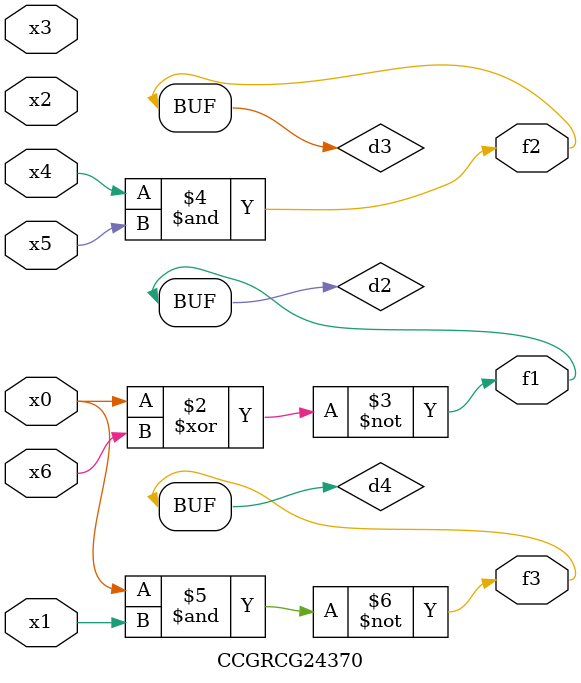
<source format=v>
module CCGRCG24370(
	input x0, x1, x2, x3, x4, x5, x6,
	output f1, f2, f3
);

	wire d1, d2, d3, d4;

	nor (d1, x0);
	xnor (d2, x0, x6);
	and (d3, x4, x5);
	nand (d4, x0, x1);
	assign f1 = d2;
	assign f2 = d3;
	assign f3 = d4;
endmodule

</source>
